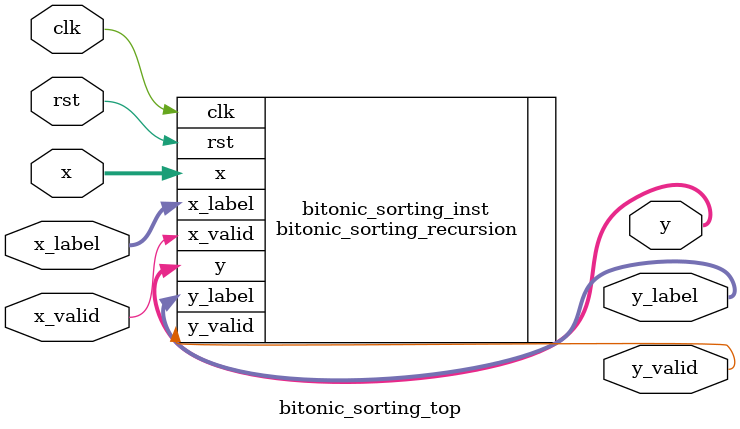
<source format=v>

`timescale 1ns / 1ps
module bitonic_sorting_top #
(
    parameter LOG_INPUT_NUM = 4, // Eg: If LOG_INPUT_NUM=4, then input number is 2**4=16 
    parameter DATA_WIDTH = 8,
    parameter LABEL_WIDTH = LOG_INPUT_NUM,
    parameter SIGNED = 0,
    parameter ASCENDING = 1

)
(
    input clk, rst, x_valid,
    // Put all the inputs into one vector.
    // x[DATA_WIDTH-1 : 0] is the first input x_0, 
    // x[DATA_WIDTH*2-1 : DATA_WIDTH] is the second input x_1, etc.
    input [DATA_WIDTH*(2**LOG_INPUT_NUM)-1 : 0] x,
    input [LABEL_WIDTH*(2**LOG_INPUT_NUM)-1 : 0] x_label,
    output [DATA_WIDTH*(2**LOG_INPUT_NUM)-1 : 0] y,
    output [LABEL_WIDTH*(2**LOG_INPUT_NUM)-1 : 0] y_label,
    output y_valid
);

bitonic_sorting_recursion # 
(
    .LOG_INPUT_NUM(LOG_INPUT_NUM),
    .DATA_WIDTH(DATA_WIDTH),
    .LABEL_WIDTH(LABEL_WIDTH),
    .SIGNED(SIGNED),
    .ASCENDING(ASCENDING)
)
bitonic_sorting_inst
(
    .clk(clk),
    .rst(rst),
    .x_valid(x_valid),
    .x(x),
    .x_label(x_label),
    .y(y),
    .y_label(y_label),
    .y_valid(y_valid)
);


endmodule



</source>
